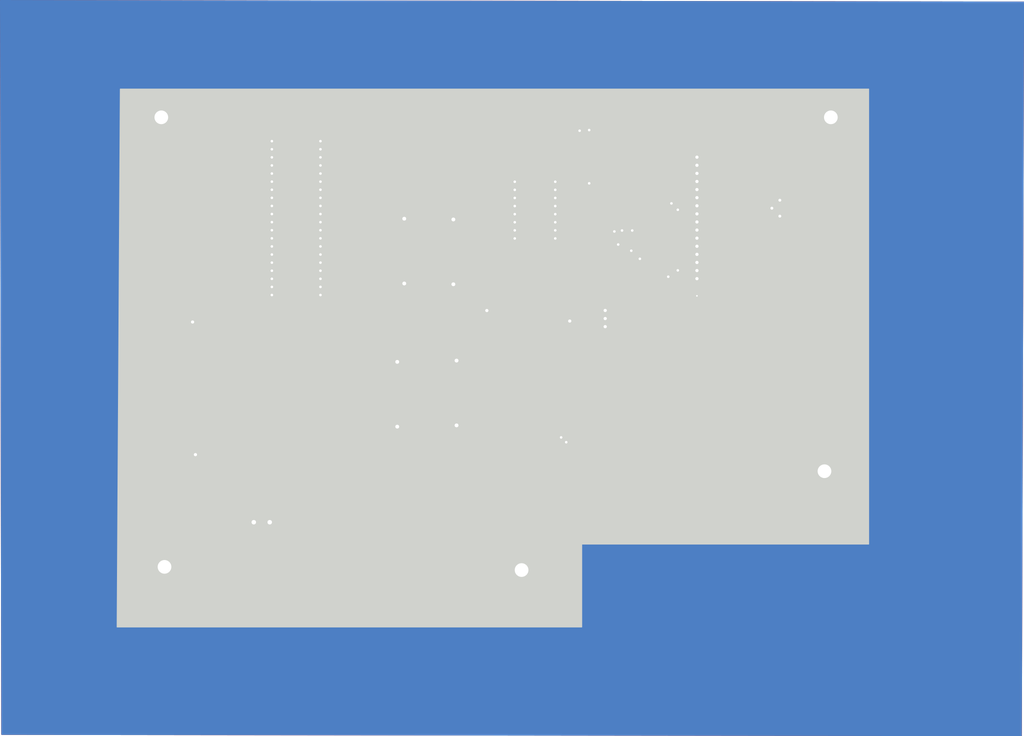
<source format=kicad_pcb>
(kicad_pcb (version 20211014) (generator pcbnew)
  (layers (0 "F.Cu" signal) (31 "B.Cu" signal) (34 "B.Paste" user) (35 "F.Paste" user) (36 "B.SilkS" user "B.Silkscreen") (37 "F.SilkS" user "F.Silkscreen") (38 "B.Mask" user) (39 "F.Mask" user) (44 "Edge.Cuts" user))
  (net 0 "")
  (net 1 "Net-(J1-Pad1)")
  (net 2 "Net-(J1-Pad2)")
  (net 3 "Net-(R1-Pad1)")
  (net 4 "Net-(R2-Pad1)")
  (net 5 "Net-(J3-Pad1)")
  (net 6 "Net-(J3-Pad2)")
  (net 47 "Net-(J2-Pad3)")
  (net 48 "Net-(J2-Pad4)")
  (net 49 "Net-(J2-Pad5)")
  (net 50 "Net-(J2-Pad6)")
  (net 51 "Net-(J2-Pad11)")
  (net 52 "Net-(J2-Pad12)")
  (net 53 "Net-(J2-Pad13)")
  (net 54 "Net-(J2-Pad14)")
  (footprint "Package_SO:SOIC-8_3.9x4.9mm_P1.27mm" (layer "F.Cu") (at 152.6 83.7)
    (fp_text reference "U3" (at 0 -3.4) (layer "F.SilkS"))
    (fp_text value "DS3232M")
    (fp_line (start 0 2.56) (end -1.95 2.56) (layer "F.SilkS") (width 0.12))
    (fp_line (start 0 -2.56) (end 1.95 -2.56) (layer "F.SilkS") (width 0.12))
    (fp_line (start 0 -2.56) (end -3.45 -2.56) (layer "F.SilkS") (width 0.12))
    (fp_line (start 0 2.56) (end 1.95 2.56) (layer "F.SilkS") (width 0.12))
    (pad "1" smd roundrect (at -2.475 -1.905) (size 1.95 0.6) (layers "F.Cu" "F.Paste" "F.Mask"))
    (pad "2" smd roundrect (at -2.475 -0.635) (size 1.95 0.6) (layers "F.Cu" "F.Paste" "F.Mask") (net 1 "Net-(J1-Pad1)"))
    (pad "3" smd roundrect (at -2.475 0.635) (size 1.95 0.6) (layers "F.Cu" "F.Paste" "F.Mask"))
    (pad "4" smd roundrect (at -2.475 1.905) (size 1.95 0.6) (layers "F.Cu" "F.Paste" "F.Mask"))
    (pad "5" smd roundrect (at 2.475 1.905) (size 1.95 0.6) (layers "F.Cu" "F.Paste" "F.Mask") (net 2 "Net-(J1-Pad2)"))
    (pad "6" smd roundrect (at 2.475 0.635) (size 1.95 0.6) (layers "F.Cu" "F.Paste" "F.Mask"))
    (pad "7" smd roundrect (at 2.475 -0.635) (size 1.95 0.6) (layers "F.Cu" "F.Paste" "F.Mask") (net 4 "Net-(R2-Pad1)"))
    (pad "8" smd roundrect (at 2.475 -1.905) (size 1.95 0.6) (layers "F.Cu" "F.Paste" "F.Mask") (net 3 "Net-(R1-Pad1)"))
  )
  (footprint "Module:Pololu_Breakout-16_15.2x20.3mm" (layer "F.Cu") (at 150.86 46.21)
    (fp_text reference "U2" (at 6.35 -2.54) (layer "F.SilkS"))
    (fp_text value "PCF8574")
    (fp_line (start 1.27 -1.4) (end 1.27 1.27) (layer "F.SilkS") (width 0.12))
    (fp_line (start 1.27 1.27) (end 1.27 19.18) (layer "F.SilkS") (width 0.12))
    (fp_line (start 0 -1.4) (end -1.4 -1.4) (layer "F.SilkS") (width 0.12))
    (fp_line (start 11.43 -1.4) (end 11.43 19.18) (layer "F.SilkS") (width 0.12))
    (fp_line (start 14.1 19.18) (end 14.1 -1.4) (layer "F.SilkS") (width 0.12))
    (fp_line (start -1.4 19.18) (end 14.1 19.18) (layer "F.SilkS") (width 0.12))
    (fp_line (start -1.4 1.27) (end -1.4 19.18) (layer "F.SilkS") (width 0.12))
    (fp_line (start -1.4 -1.4) (end -1.4 0) (layer "F.SilkS") (width 0.12))
    (fp_line (start 14.1 -1.4) (end 1.27 -1.4) (layer "F.SilkS") (width 0.12))
    (fp_line (start 1.27 1.27) (end -1.4 1.27) (layer "F.SilkS") (width 0.12))
    (pad "1" thru_hole rect (at 0 0) (size 1.6 1.6) (drill 0.8) (layers *.Cu *.Mask) (net 1 "Net-(J1-Pad1)"))
    (pad "2" thru_hole oval (at 0 2.54) (size 1.6 1.6) (drill 0.8) (layers *.Cu *.Mask) (net 1 "Net-(J1-Pad1)"))
    (pad "3" thru_hole oval (at 0 5.08) (size 1.6 1.6) (drill 0.8) (layers *.Cu *.Mask) (net 1 "Net-(J1-Pad1)"))
    (pad "4" thru_hole oval (at 0 7.62) (size 1.6 1.6) (drill 0.8) (layers *.Cu *.Mask) (net 48 "Net-(J2-Pad4)"))
    (pad "5" thru_hole oval (at 0 10.16) (size 1.6 1.6) (drill 0.8) (layers *.Cu *.Mask) (net 49 "Net-(J2-Pad5)"))
    (pad "6" thru_hole oval (at 0 12.7) (size 1.6 1.6) (drill 0.8) (layers *.Cu *.Mask) (net 50 "Net-(J2-Pad6)"))
    (pad "7" thru_hole oval (at 0 15.24) (size 1.6 1.6) (drill 0.8) (layers *.Cu *.Mask))
    (pad "8" thru_hole oval (at 0 17.78) (size 1.6 1.6) (drill 0.8) (layers *.Cu *.Mask))
    (pad "9" thru_hole oval (at 12.7 17.78) (size 1.6 1.6) (drill 0.8) (layers *.Cu *.Mask) (net 51 "Net-(J2-Pad11)"))
    (pad "10" thru_hole oval (at 12.7 15.24) (size 1.6 1.6) (drill 0.8) (layers *.Cu *.Mask) (net 52 "Net-(J2-Pad12)"))
    (pad "11" thru_hole oval (at 12.7 12.7) (size 1.6 1.6) (drill 0.8) (layers *.Cu *.Mask) (net 53 "Net-(J2-Pad13)"))
    (pad "12" thru_hole oval (at 12.7 10.16) (size 1.6 1.6) (drill 0.8) (layers *.Cu *.Mask) (net 54 "Net-(J2-Pad14)"))
    (pad "13" thru_hole oval (at 12.7 7.62) (size 1.6 1.6) (drill 0.8) (layers *.Cu *.Mask))
    (pad "14" thru_hole oval (at 12.7 5.08) (size 1.6 1.6) (drill 0.8) (layers *.Cu *.Mask) (net 3 "Net-(R1-Pad1)"))
    (pad "15" thru_hole oval (at 12.7 2.54) (size 1.6 1.6) (drill 0.8) (layers *.Cu *.Mask) (net 4 "Net-(R2-Pad1)"))
    (pad "16" thru_hole oval (at 12.7 0) (size 1.6 1.6) (drill 0.8) (layers *.Cu *.Mask) (net 1 "Net-(J1-Pad1)"))
  )
  (footprint "Resistor_THT:R_Axial_DIN0411_L9.9mm_D3.6mm_P20.32mm_Horizontal" (layer "F.Cu") (at 131.6 58.04 -90)
    (fp_text reference "R1" (at 10.16 -2.92 90) (layer "F.SilkS"))
    (fp_text value "R" (at 10.66 5 90) (layer "F.SilkS") (effects (font (size 2 2) (thickness 0.3))))
    (fp_line (start 15.23 -1.92) (end 5.09 -1.92) (layer "F.SilkS") (width 0.12))
    (fp_line (start 15.23 1.92) (end 15.23 -1.92) (layer "F.SilkS") (width 0.12))
    (fp_line (start 1.44 0) (end 5.09 0) (layer "F.SilkS") (width 0.12))
    (fp_line (start 5.09 -1.92) (end 5.09 1.92) (layer "F.SilkS") (width 0.12))
    (fp_line (start 5.09 1.92) (end 15.23 1.92) (layer "F.SilkS") (width 0.12))
    (fp_line (start 18.88 0) (end 15.23 0) (layer "F.SilkS") (width 0.12))
    (pad "1" thru_hole circle (at 0 0 270) (size 2.4 2.4) (drill 1.2) (layers *.Cu *.Mask) (net 3 "Net-(R1-Pad1)"))
    (pad "2" thru_hole oval (at 20.32 0 270) (size 2.4 2.4) (drill 1.2) (layers *.Cu *.Mask) (net 1 "Net-(J1-Pad1)"))
  )
  (footprint "Resistor_THT:R_Axial_DIN0411_L9.9mm_D3.6mm_P20.32mm_Horizontal" (layer "F.Cu") (at 114 102.7 -90)
    (fp_text reference "R4" (at 10.16 -2.92 90) (layer "F.SilkS"))
    (fp_text value "R" (at 10.16 4.4 90) (layer "F.SilkS") (effects (font (size 2 2) (thickness 0.3))))
    (fp_line (start 15.23 1.92) (end 15.23 -1.92) (layer "F.SilkS") (width 0.12))
    (fp_line (start 15.23 -1.92) (end 5.09 -1.92) (layer "F.SilkS") (width 0.12))
    (fp_line (start 5.09 1.92) (end 15.23 1.92) (layer "F.SilkS") (width 0.12))
    (fp_line (start 18.88 0) (end 15.23 0) (layer "F.SilkS") (width 0.12))
    (fp_line (start 1.44 0) (end 5.09 0) (layer "F.SilkS") (width 0.12))
    (fp_line (start 5.09 -1.92) (end 5.09 1.92) (layer "F.SilkS") (width 0.12))
    (pad "1" thru_hole circle (at 0 0 270) (size 2.4 2.4) (drill 1.2) (layers *.Cu *.Mask) (net 4 "Net-(R2-Pad1)"))
    (pad "2" thru_hole oval (at 20.32 0 270) (size 2.4 2.4) (drill 1.2) (layers *.Cu *.Mask) (net 1 "Net-(J1-Pad1)"))
  )
  (footprint "MountingHole:MountingHole_4.3mm_M4" (layer "F.Cu") (at 248 137)
    (fp_text reference "REF**" (at 0 -5.3) (layer "F.SilkS"))
    (fp_text value "MountingHole_4.3mm_M4")
    (pad "" np_thru_hole circle (at 0 0) (size 4.3 4.3) (drill 4.3) (layers *.Cu *.Mask))
  )
  (footprint "Resistor_THT:R_Axial_DIN0411_L9.9mm_D3.6mm_P20.32mm_Horizontal" (layer "F.Cu") (at 116.2 57.8 -90)
    (fp_text reference "R2" (at 10.16 -2.92 90) (layer "F.SilkS"))
    (fp_text value "R" (at 10.9 4.6 90) (layer "F.SilkS") (effects (font (size 2 2) (thickness 0.3))))
    (fp_line (start 18.88 0) (end 15.23 0) (layer "F.SilkS") (width 0.12))
    (fp_line (start 5.09 -1.92) (end 5.09 1.92) (layer "F.SilkS") (width 0.12))
    (fp_line (start 15.23 1.92) (end 15.23 -1.92) (layer "F.SilkS") (width 0.12))
    (fp_line (start 15.23 -1.92) (end 5.09 -1.92) (layer "F.SilkS") (width 0.12))
    (fp_line (start 5.09 1.92) (end 15.23 1.92) (layer "F.SilkS") (width 0.12))
    (fp_line (start 1.44 0) (end 5.09 0) (layer "F.SilkS") (width 0.12))
    (pad "1" thru_hole circle (at 0 0 270) (size 2.4 2.4) (drill 1.2) (layers *.Cu *.Mask) (net 4 "Net-(R2-Pad1)"))
    (pad "2" thru_hole oval (at 20.32 0 270) (size 2.4 2.4) (drill 1.2) (layers *.Cu *.Mask) (net 1 "Net-(J1-Pad1)"))
  )
  (footprint "Resistor_THT:R_Axial_DIN0411_L9.9mm_D3.6mm_P20.32mm_Horizontal" (layer "F.Cu") (at 132.6 102.3 -90)
    (fp_text reference "R3" (at 10.16 -2.92 90) (layer "F.SilkS"))
    (fp_text value "R" (at 10.4 4 90) (layer "F.SilkS") (effects (font (size 2 2) (thickness 0.3))))
    (fp_line (start 15.23 -1.92) (end 5.09 -1.92) (layer "F.SilkS") (width 0.12))
    (fp_line (start 15.23 1.92) (end 15.23 -1.92) (layer "F.SilkS") (width 0.12))
    (fp_line (start 5.09 1.92) (end 15.23 1.92) (layer "F.SilkS") (width 0.12))
    (fp_line (start 18.88 0) (end 15.23 0) (layer "F.SilkS") (width 0.12))
    (fp_line (start 5.09 -1.92) (end 5.09 1.92) (layer "F.SilkS") (width 0.12))
    (fp_line (start 1.44 0) (end 5.09 0) (layer "F.SilkS") (width 0.12))
    (pad "1" thru_hole circle (at 0 0 270) (size 2.4 2.4) (drill 1.2) (layers *.Cu *.Mask) (net 3 "Net-(R1-Pad1)"))
    (pad "2" thru_hole oval (at 20.32 0 270) (size 2.4 2.4) (drill 1.2) (layers *.Cu *.Mask) (net 1 "Net-(J1-Pad1)"))
  )
  (footprint "Potentiometer_THT:Potentiometer_ACP_CA6-H2,5_Horizontal" (layer "F.Cu") (at 234 57 180)
    (fp_text reference "RV1" (at 0 -2.06) (layer "F.SilkS"))
    (fp_text value "10K Potentiometer")
    (fp_line (start 3.62 -0.77) (end 3.62 5.77) (layer "F.SilkS") (width 0.12))
    (fp_line (start 0.925 5.77) (end 3.62 5.77) (layer "F.SilkS") (width 0.12))
    (fp_line (start -0.121 1.066) (end -0.121 3.935) (layer "F.SilkS") (width 0.12))
    (fp_line (start -0.121 3.62) (end 3.62 3.62) (layer "F.SilkS") (width 0.12))
    (fp_line (start 3.62 1.38) (end 3.62 3.62) (layer "F.SilkS") (width 0.12))
    (fp_line (start -0.121 1.38) (end 3.62 1.38) (layer "F.SilkS") (width 0.12))
    (fp_line (start 0.925 -0.77) (end 3.62 -0.77) (layer "F.SilkS") (width 0.12))
    (fp_line (start -0.121 1.38) (end -0.121 3.62) (layer "F.SilkS") (width 0.12))
    (pad "1" thru_hole circle (at 0 0 180) (size 1.62 1.62) (drill 0.9) (layers *.Cu *.Mask) (net 1 "Net-(J1-Pad1)"))
    (pad "2" thru_hole circle (at 2.5 2.5 180) (size 1.62 1.62) (drill 0.9) (layers *.Cu *.Mask) (net 47 "Net-(J2-Pad3)"))
    (pad "3" thru_hole circle (at 0 5 180) (size 1.62 1.62) (drill 0.9) (layers *.Cu *.Mask) (net 2 "Net-(J1-Pad2)"))
  )
  (footprint "Connector_PinSocket_2.54mm:PinSocket_1x03_P2.54mm_Vertical" (layer "F.Cu") (at 179.225 86.575)
    (fp_text reference "J3" (at 0 -2.77) (layer "F.SilkS"))
    (fp_text value "GSM Connecetor")
    (fp_line (start 0 -1.33) (end 1.33 -1.33) (layer "F.SilkS") (width 0.12))
    (fp_line (start -1.33 6.41) (end 1.33 6.41) (layer "F.SilkS") (width 0.12))
    (fp_line (start 1.33 1.27) (end 1.33 6.41) (layer "F.SilkS") (width 0.12))
    (fp_line (start 1.33 -1.33) (end 1.33 0) (layer "F.SilkS") (width 0.12))
    (fp_line (start -1.33 1.27) (end 1.33 1.27) (layer "F.SilkS") (width 0.12))
    (fp_line (start -1.33 1.27) (end -1.33 6.41) (layer "F.SilkS") (width 0.12))
    (pad "1" thru_hole rect (at 0 0) (size 1.7 1.7) (drill 1) (layers *.Cu *.Mask) (net 5 "Net-(J3-Pad1)"))
    (pad "2" thru_hole oval (at 0 2.54) (size 1.7 1.7) (drill 1) (layers *.Cu *.Mask) (net 6 "Net-(J3-Pad2)"))
    (pad "3" thru_hole oval (at 0 5.08) (size 1.7 1.7) (drill 1) (layers *.Cu *.Mask) (net 2 "Net-(J1-Pad2)"))
  )
  (footprint "MountingHole:MountingHole_4.3mm_M4" (layer "F.Cu") (at 40 26)
    (fp_text reference "REF**" (at 0 -5.3) (layer "F.SilkS"))
    (fp_text value "MountingHole_4.3mm_M4")
    (pad "" np_thru_hole circle (at 0 0) (size 4.3 4.3) (drill 4.3) (layers *.Cu *.Mask))
  )
  (footprint "MountingHole:MountingHole_4.3mm_M4" (layer "F.Cu") (at 250 26)
    (fp_text reference "REF**" (at 0 -5.3) (layer "F.SilkS"))
    (fp_text value "MountingHole_4.3mm_M4")
    (pad "" np_thru_hole circle (at 0 0) (size 4.3 4.3) (drill 4.3) (layers *.Cu *.Mask))
  )
  (footprint "MountingHole:MountingHole_4.3mm_M4" (layer "F.Cu") (at 41 167)
    (fp_text reference "REF**" (at 0 -5.3) (layer "F.SilkS"))
    (fp_text value "MountingHole_4.3mm_M4")
    (pad "" np_thru_hole circle (at 0 0) (size 4.3 4.3) (drill 4.3) (layers *.Cu *.Mask))
  )
  (footprint "MountingHole:MountingHole_4.3mm_M4" (layer "F.Cu") (at 153 168)
    (fp_text reference "REF**" (at 0 -5.3) (layer "F.SilkS"))
    (fp_text value "MountingHole_4.3mm_M4")
    (pad "" np_thru_hole circle (at 0 0) (size 4.3 4.3) (drill 4.3) (layers *.Cu *.Mask))
  )
  (footprint "Connector_PinHeader_2.54mm:PinHeader_1x16_P2.54mm_Vertical" (layer "F.Cu") (at 208 38.5)
    (fp_text reference "J2" (at 0 -2.33) (layer "F.SilkS"))
    (fp_text value "LCD Connector")
    (fp_line (start 1.33 1.27) (end 1.33 39.43) (layer "F.SilkS") (width 0.12))
    (fp_line (start -1.33 -1.33) (end 0 -1.33) (layer "F.SilkS") (width 0.12))
    (fp_line (start -1.33 1.27) (end -1.33 39.43) (layer "F.SilkS") (width 0.12))
    (fp_line (start -1.33 0) (end -1.33 -1.33) (layer "F.SilkS") (width 0.12))
    (fp_line (start -1.33 39.43) (end 1.33 39.43) (layer "F.SilkS") (width 0.12))
    (fp_line (start -1.33 1.27) (end 1.33 1.27) (layer "F.SilkS") (width 0.12))
    (pad "1" thru_hole rect (at 0 0) (size 1.7 1.7) (drill 1) (layers *.Cu *.Mask) (net 2 "Net-(J1-Pad2)"))
    (pad "2" thru_hole oval (at 0 2.54) (size 1.7 1.7) (drill 1) (layers *.Cu *.Mask) (net 1 "Net-(J1-Pad1)"))
    (pad "3" thru_hole oval (at 0 5.08) (size 1.7 1.7) (drill 1) (layers *.Cu *.Mask) (net 47 "Net-(J2-Pad3)"))
    (pad "4" thru_hole oval (at 0 7.62) (size 1.7 1.7) (drill 1) (layers *.Cu *.Mask) (net 48 "Net-(J2-Pad4)"))
    (pad "5" thru_hole oval (at 0 10.16) (size 1.7 1.7) (drill 1) (layers *.Cu *.Mask) (net 49 "Net-(J2-Pad5)"))
    (pad "6" thru_hole oval (at 0 12.7) (size 1.7 1.7) (drill 1) (layers *.Cu *.Mask) (net 50 "Net-(J2-Pad6)"))
    (pad "7" thru_hole oval (at 0 15.24) (size 1.7 1.7) (drill 1) (layers *.Cu *.Mask) (net 2 "Net-(J1-Pad2)"))
    (pad "8" thru_hole oval (at 0 17.78) (size 1.7 1.7) (drill 1) (layers *.Cu *.Mask) (net 2 "Net-(J1-Pad2)"))
    (pad "9" thru_hole oval (at 0 20.32) (size 1.7 1.7) (drill 1) (layers *.Cu *.Mask) (net 2 "Net-(J1-Pad2)"))
    (pad "10" thru_hole oval (at 0 22.86) (size 1.7 1.7) (drill 1) (layers *.Cu *.Mask) (net 2 "Net-(J1-Pad2)"))
    (pad "11" thru_hole oval (at 0 25.4) (size 1.7 1.7) (drill 1) (layers *.Cu *.Mask) (net 51 "Net-(J2-Pad11)"))
    (pad "12" thru_hole oval (at 0 27.94) (size 1.7 1.7) (drill 1) (layers *.Cu *.Mask) (net 52 "Net-(J2-Pad12)"))
    (pad "13" thru_hole oval (at 0 30.48) (size 1.7 1.7) (drill 1) (layers *.Cu *.Mask) (net 53 "Net-(J2-Pad13)"))
    (pad "14" thru_hole oval (at 0 33.02) (size 1.7 1.7) (drill 1) (layers *.Cu *.Mask) (net 54 "Net-(J2-Pad14)"))
    (pad "15" thru_hole oval (at 0 35.56) (size 1.7 1.7) (drill 1) (layers *.Cu *.Mask) (net 1 "Net-(J1-Pad1)"))
    (pad "16" thru_hole oval (at 0 38.1) (size 1.7 1.7) (drill 1) (layers *.Cu *.Mask) (net 2 "Net-(J1-Pad2)"))
  )
  (footprint "Package_DIP:DIP-40_W15.24mm" (layer "F.Cu") (at 74.675 33.475)
    (fp_text reference "U1" (at 7.62 -2.33) (layer "F.SilkS"))
    (fp_text value "ATmega32A-P" (at 7.62 52.225) (layer "F.SilkS") (effects (font (size 2 2) (thickness 0.3))))
    (fp_line (start 6.62 -1.33) (end 1.16 -1.33) (layer "F.SilkS") (width 0.12))
    (fp_line (start 1.16 -1.33) (end 1.16 49.59) (layer "F.SilkS") (width 0.12))
    (fp_line (start 14.08 49.59) (end 14.08 -1.33) (layer "F.SilkS") (width 0.12))
    (fp_line (start 1.16 49.59) (end 14.08 49.59) (layer "F.SilkS") (width 0.12))
    (fp_line (start 14.08 -1.33) (end 8.62 -1.33) (layer "F.SilkS") (width 0.12))
    (fp_arc (start 8.62 -1.33) (mid 7.62 -0.33) (end 6.62 -1.33) (layer "F.SilkS") (width 0.12))
    (pad "1" thru_hole rect (at 0 0) (size 1.6 1.6) (drill 0.8) (layers *.Cu *.Mask))
    (pad "2" thru_hole oval (at 0 2.54) (size 1.6 1.6) (drill 0.8) (layers *.Cu *.Mask))
    (pad "3" thru_hole oval (at 0 5.08) (size 1.6 1.6) (drill 0.8) (layers *.Cu *.Mask))
    (pad "4" thru_hole oval (at 0 7.62) (size 1.6 1.6) (drill 0.8) (layers *.Cu *.Mask))
    (pad "5" thru_hole oval (at 0 10.16) (size 1.6 1.6) (drill 0.8) (layers *.Cu *.Mask))
    (pad "6" thru_hole oval (at 0 12.7) (size 1.6 1.6) (drill 0.8) (layers *.Cu *.Mask))
    (pad "7" thru_hole oval (at 0 15.24) (size 1.6 1.6) (drill 0.8) (layers *.Cu *.Mask))
    (pad "8" thru_hole oval (at 0 17.78) (size 1.6 1.6) (drill 0.8) (layers *.Cu *.Mask))
    (pad "9" thru_hole oval (at 0 20.32) (size 1.6 1.6) (drill 0.8) (layers *.Cu *.Mask))
    (pad "10" thru_hole oval (at 0 22.86) (size 1.6 1.6) (drill 0.8) (layers *.Cu *.Mask) (net 1 "Net-(J1-Pad1)"))
    (pad "11" thru_hole oval (at 0 25.4) (size 1.6 1.6) (drill 0.8) (layers *.Cu *.Mask) (net 2 "Net-(J1-Pad2)"))
    (pad "12" thru_hole oval (at 0 27.94) (size 1.6 1.6) (drill 0.8) (layers *.Cu *.Mask))
    (pad "13" thru_hole oval (at 0 30.48) (size 1.6 1.6) (drill 0.8) (layers *.Cu *.Mask))
    (pad "14" thru_hole oval (at 0 33.02) (size 1.6 1.6) (drill 0.8) (layers *.Cu *.Mask) (net 5 "Net-(J3-Pad1)"))
    (pad "15" thru_hole oval (at 0 35.56) (size 1.6 1.6) (drill 0.8) (layers *.Cu *.Mask) (net 6 "Net-(J3-Pad2)"))
    (pad "16" thru_hole oval (at 0 38.1) (size 1.6 1.6) (drill 0.8) (layers *.Cu *.Mask))
    (pad "17" thru_hole oval (at 0 40.64) (size 1.6 1.6) (drill 0.8) (layers *.Cu *.Mask))
    (pad "18" thru_hole oval (at 0 43.18) (size 1.6 1.6) (drill 0.8) (layers *.Cu *.Mask))
    (pad "19" thru_hole oval (at 0 45.72) (size 1.6 1.6) (drill 0.8) (layers *.Cu *.Mask))
    (pad "20" thru_hole oval (at 0 48.26) (size 1.6 1.6) (drill 0.8) (layers *.Cu *.Mask))
    (pad "21" thru_hole oval (at 15.24 48.26) (size 1.6 1.6) (drill 0.8) (layers *.Cu *.Mask))
    (pad "22" thru_hole oval (at 15.24 45.72) (size 1.6 1.6) (drill 0.8) (layers *.Cu *.Mask) (net 3 "Net-(R1-Pad1)"))
    (pad "23" thru_hole oval (at 15.24 43.18) (size 1.6 1.6) (drill 0.8) (layers *.Cu *.Mask) (net 4 "Net-(R2-Pad1)"))
    (pad "24" thru_hole oval (at 15.24 40.64) (size 1.6 1.6) (drill 0.8) (layers *.Cu *.Mask))
    (pad "25" thru_hole oval (at 15.24 38.1) (size 1.6 1.6) (drill 0.8) (layers *.Cu *.Mask))
    (pad "26" thru_hole oval (at 15.24 35.56) (size 1.6 1.6) (drill 0.8) (layers *.Cu *.Mask))
    (pad "27" thru_hole oval (at 15.24 33.02) (size 1.6 1.6) (drill 0.8) (layers *.Cu *.Mask))
    (pad "28" thru_hole oval (at 15.24 30.48) (size 1.6 1.6) (drill 0.8) (layers *.Cu *.Mask))
    (pad "29" thru_hole oval (at 15.24 27.94) (size 1.6 1.6) (drill 0.8) (layers *.Cu *.Mask))
    (pad "30" thru_hole oval (at 15.24 25.4) (size 1.6 1.6) (drill 0.8) (layers *.Cu *.Mask))
    (pad "31" thru_hole oval (at 15.24 22.86) (size 1.6 1.6) (drill 0.8) (layers *.Cu *.Mask) (net 2 "Net-(J1-Pad2)"))
    (pad "32" thru_hole oval (at 15.24 20.32) (size 1.6 1.6) (drill 0.8) (layers *.Cu *.Mask))
    (pad "33" thru_hole oval (at 15.24 17.78) (size 1.6 1.6) (drill 0.8) (layers *.Cu *.Mask))
    (pad "34" thru_hole oval (at 15.24 15.24) (size 1.6 1.6) (drill 0.8) (layers *.Cu *.Mask))
    (pad "35" thru_hole oval (at 15.24 12.7) (size 1.6 1.6) (drill 0.8) (layers *.Cu *.Mask))
    (pad "36" thru_hole oval (at 15.24 10.16) (size 1.6 1.6) (drill 0.8) (layers *.Cu *.Mask))
    (pad "37" thru_hole oval (at 15.24 7.62) (size 1.6 1.6) (drill 0.8) (layers *.Cu *.Mask))
    (pad "38" thru_hole oval (at 15.24 5.08) (size 1.6 1.6) (drill 0.8) (layers *.Cu *.Mask))
    (pad "39" thru_hole oval (at 15.24 2.54) (size 1.6 1.6) (drill 0.8) (layers *.Cu *.Mask))
    (pad "40" thru_hole oval (at 15.24 0) (size 1.6 1.6) (drill 0.8) (layers *.Cu *.Mask))
  )
  (footprint "Connector_Phoenix_MSTB:PhoenixContact_MSTBA_2,5_2-G_1x02_P5.00mm_Horizontal" (layer "F.Cu") (at 69 153)
    (fp_text reference "J1" (at 2.5 -3.2) (layer "F.SilkS"))
    (fp_text value "Power IN")
    (fp_line (start 5.75 8.61) (end 4.25 8.61) (layer "F.SilkS") (width 0.12))
    (fp_line (start 8.61 6.81) (end 8.61 8.61) (layer "F.SilkS") (width 0.12))
    (fp_line (start 0.3 -2.91) (end 0 -2.31) (layer "F.SilkS") (width 0.12))
    (fp_line (start 0 -2.31) (end -0.3 -2.91) (layer "F.SilkS") (width 0.12))
    (fp_line (start 0.75 8.61) (end -0.75 8.61) (layer "F.SilkS") (width 0.12))
    (fp_line (start 8.61 -2.11) (end -3.61 -2.11) (layer "F.SilkS") (width 0.12))
    (fp_line (start -0.3 -2.91) (end 0.3 -2.91) (layer "F.SilkS") (width 0.12))
    (fp_line (start 1 10.11) (end 0.75 8.61) (layer "F.SilkS") (width 0.12))
    (fp_line (start 6 10.11) (end 5.75 8.61) (layer "F.SilkS") (width 0.12))
    (fp_line (start -3.61 10.11) (end 8.61 10.11) (layer "F.SilkS") (width 0.12))
    (fp_line (start -3.61 8.61) (end -3.61 6.81) (layer "F.SilkS") (width 0.12))
    (fp_line (start -3.61 6.81) (end 8.61 6.81) (layer "F.SilkS") (width 0.12))
    (fp_line (start 4.25 8.61) (end 4 10.11) (layer "F.SilkS") (width 0.12))
    (fp_line (start -0.75 8.61) (end -1 10.11) (layer "F.SilkS") (width 0.12))
    (fp_line (start 8.61 10.11) (end 8.61 -2.11) (layer "F.SilkS") (width 0.12))
    (fp_line (start -3.61 -2.11) (end -3.61 10.11) (layer "F.SilkS") (width 0.12))
    (fp_line (start 8.61 8.61) (end -3.61 8.61) (layer "F.SilkS") (width 0.12))
    (fp_line (start -1 10.11) (end 1 10.11) (layer "F.SilkS") (width 0.12))
    (fp_line (start 4 10.11) (end 6 10.11) (layer "F.SilkS") (width 0.12))
    (pad "1" thru_hole roundrect (at 0 0) (size 2 3.6) (drill 1.4) (layers *.Cu *.Mask) (roundrect_rratio 0.125) (net 1 "Net-(J1-Pad1)"))
    (pad "2" thru_hole oval (at 5 0) (size 2 3.6) (drill 1.4) (layers *.Cu *.Mask) (net 2 "Net-(J1-Pad2)"))
  )
  (gr_text "VDD" (at 213.6 40.7) (layer "F.SilkS") (effects (font (size 1 1))))
  (gr_text "GND" (at 75 166) (layer "F.SilkS") (effects (font (size 2 2) (thickness 0.4))))
  (gr_text "RXD" (at 175 86) (layer "F.SilkS") (effects (font (size 1 1))))
  (gr_text "D6" (at 211.6 69.7) (layer "F.SilkS") (effects (font (size 1 1))))
  (gr_text "RS" (at 213.6 45.7) (layer "F.SilkS") (effects (font (size 1 1))))
  (gr_text "GND\n" (at 175 92) (layer "F.SilkS") (effects (font (size 1 1))))
  (gr_text "RW" (at 213.6 48.7) (layer "F.SilkS") (effects (font (size 1 1))))
  (gr_text "D5" (at 211.6 66.7) (layer "F.SilkS") (effects (font (size 1 1))))
  (gr_text "E" (at 212.6 51.7) (layer "F.SilkS") (effects (font (size 1 1))))
  (gr_text "D4" (at 211.6 63.7) (layer "F.SilkS") (effects (font (size 1 1))))
  (gr_text "+5V" (at 68 166) (layer "F.SilkS") (effects (font (size 2 2) (thickness 0.4))))
  (gr_text "TXD" (at 175 89) (layer "F.SilkS") (effects (font (size 1 1))))
  (gr_text "D7" (at 211.6 72.7) (layer "F.SilkS") (effects (font (size 1 1))))
  (segment (start 49.8 90.2) (end 113.7 90.2) (width 1) (layer "F.Cu") (net 1))
  (segment (start 111.7 131.8) (end 114 129.5) (width 1) (layer "F.Cu") (net 1))
  (segment (start 50.7 131.8) (end 111.7 131.8) (width 1) (layer "F.Cu") (net 1))
  (segment (start 234 57) (end 225 57) (width 0.5) (layer "F.Cu") (net 1))
  (segment (start 238.96 41.04) (end 208 41.04) (width 0.5) (layer "F.Cu") (net 1))
  (segment (start 143.735 83.065) (end 150.125 83.065) (width 1) (layer "F.Cu") (net 1))
  (segment (start 241 52) (end 241 43) (width 0.5) (layer "F.Cu") (net 1))
  (segment (start 239 41) (end 238.96 41.04) (width 0.5) (layer "F.Cu") (net 1))
  (segment (start 222 72) (end 219.94 74.06) (width 0.5) (layer "F.Cu") (net 1))
  (segment (start 142.1 84.7) (end 143.735 83.065) (width 1) (layer "F.Cu") (net 1))
  (segment (start 142.1 86.6) (end 142.1 84.7) (width 1) (layer "F.Cu") (net 1))
  (segment (start 116.2 87.7) (end 116.2 78.12) (width 1) (layer "F.Cu") (net 1))
  (segment (start 225 57) (end 222 60) (width 0.5) (layer "F.Cu") (net 1))
  (segment (start 113.7 90.2) (end 116.2 87.7) (width 1) (layer "F.Cu") (net 1))
  (segment (start 241 43) (end 239 41) (width 0.5) (layer "F.Cu") (net 1))
  (segment (start 234 57) (end 236 57) (width 0.5) (layer "F.Cu") (net 1))
  (segment (start 219.94 74.06) (end 208 74.06) (width 0.5) (layer "F.Cu") (net 1))
  (segment (start 222 60) (end 222 72) (width 0.5) (layer "F.Cu") (net 1))
  (segment (start 236 57) (end 241 52) (width 0.5) (layer "F.Cu") (net 1))
  (segment (start 114 129.5) (end 114 123.02) (width 1) (layer "F.Cu") (net 1))
  (via (at 50.7 131.8) (size 2) (drill 1) (layers "F.Cu" "B.Cu") (net 1))
  (via (at 142.1 86.6) (size 2) (drill 1) (layers "F.Cu" "B.Cu") (net 1))
  (via (at 49.8 90.2) (size 2) (drill 1) (layers "F.Cu" "B.Cu") (net 1))
  (segment (start 142.59 46.31) (end 146.36 46.31) (width 1) (layer "B.Cu") (net 1))
  (segment (start 163.56 42.16) (end 163.56 46.21) (width 1) (layer "B.Cu") (net 1))
  (segment (start 131.6 78.36) (end 139.54 78.36) (width 1) (layer "B.Cu") (net 1))
  (segment (start 132.6 122.62) (end 135.52 122.62) (width 1) (layer "B.Cu") (net 1))
  (segment (start 131.36 78.12) (end 131.6 78.36) (width 1) (layer "B.Cu") (net 1))
  (segment (start 146.46 46.21) (end 150.86 46.21) (width 1) (layer "B.Cu") (net 1))
  (segment (start 47.5 151) (end 49.5 153) (width 1) (layer "B.Cu") (net 1))
  (segment (start 146.46 51.29) (end 150.86 51.29) (width 1) (layer "B.Cu") (net 1))
  (segment (start 142.1 116.2) (end 142.1 86.6) (width 1) (layer "B.Cu") (net 1))
  (segment (start 135.52 122.62) (end 135.6 122.7) (width 1) (layer "B.Cu") (net 1))
  (segment (start 144.8 40.9) (end 149.2 40.9) (width 1) (layer "B.Cu") (net 1))
  (segment (start 141.5 53) (end 143.11 51.39) (width 1) (layer "B.Cu") (net 1))
  (segment (start 74.675 56.335) (end 57.765 56.335) (width 1) (layer "B.Cu") (net 1))
  (segment (start 58 153) (end 69 153) (width 1) (layer "B.Cu") (net 1))
  (segment (start 132.2 123.02) (end 132.6 122.62) (width 1) (layer "B.Cu") (net 1))
  (segment (start 149.2 40.9) (end 149.3 40.8) (width 1) (layer "B.Cu") (net 1))
  (segment (start 143.11 51.39) (end 146.36 51.39) (width 1) (layer "B.Cu") (net 1))
  (segment (start 162.2 40.8) (end 162.3 40.7) (width 1) (layer "B.Cu") (net 1))
  (segment (start 53.6 148.6) (end 58 153) (width 1) (layer "B.Cu") (net 1))
  (segment (start 162.3 40.7) (end 207.66 40.7) (width 1) (layer "B.Cu") (net 1))
  (segment (start 141.5 47.4) (end 142.59 46.31) (width 1) (layer "B.Cu") (net 1))
  (segment (start 207.66 40.7) (end 208 41.04) (width 1) (layer "B.Cu") (net 1))
  (segment (start 146.36 46.31) (end 146.46 46.21) (width 1) (layer "B.Cu") (net 1))
  (segment (start 116.2 78.12) (end 131.36 78.12) (width 1) (layer "B.Cu") (net 1))
  (segment (start 57.765 56.335) (end 53.6 60.5) (width 1) (layer "B.Cu") (net 1))
  (segment (start 47.5 92.5) (end 47.5 151) (width 1) (layer "B.Cu") (net 1))
  (segment (start 135.6 122.7) (end 142.1 116.2) (width 1) (layer "B.Cu") (net 1))
  (segment (start 141.5 50.4) (end 143.05 48.85) (width 1) (layer "B.Cu") (net 1))
  (segment (start 53.6 60.5) (end 53.6 148.6) (width 1) (layer "B.Cu") (net 1))
  (segment (start 146.36 51.39) (end 146.46 51.29) (width 1) (layer "B.Cu") (net 1))
  (segment (start 149.3 40.8) (end 162.2 40.8) (width 1) (layer "B.Cu") (net 1))
  (segment (start 141.5 44.2) (end 144.8 40.9) (width 1) (layer "B.Cu") (net 1))
  (segment (start 141.5 76.4) (end 141.5 53) (width 1) (layer "B.Cu") (net 1))
  (segment (start 50.2 132.3) (end 50.2 148) (width 1) (layer "B.Cu") (net 1))
  (segment (start 146.46 48.75) (end 150.86 48.75) (width 1) (layer "B.Cu") (net 1))
  (segment (start 50.7 131.8) (end 50.2 132.3) (width 1) (layer "B.Cu") (net 1))
  (segment (start 141.5 47.4) (end 141.5 44.2) (width 1) (layer "B.Cu") (net 1))
  (segment (start 50.2 148) (end 55 152.8) (width 1) (layer "B.Cu") (net 1))
  (segment (start 49.5 153) (end 58 153) (width 1) (layer "B.Cu") (net 1))
  (segment (start 143.05 48.85) (end 146.36 48.85) (width 1) (layer "B.Cu") (net 1))
  (segment (start 162.2 40.8) (end 163.56 42.16) (width 1) (layer "B.Cu") (net 1))
  (segment (start 139.54 78.36) (end 141.5 76.4) (width 1) (layer "B.Cu") (net 1))
  (segment (start 146.36 48.85) (end 146.46 48.75) (width 1) (layer "B.Cu") (net 1))
  (segment (start 114 123.02) (end 132.2 123.02) (width 1) (layer "B.Cu") (net 1))
  (segment (start 141.5 53) (end 141.5 50.4) (width 1) (layer "B.Cu") (net 1))
  (segment (start 49.8 90.2) (end 47.5 92.5) (width 1) (layer "B.Cu") (net 1))
  (segment (start 141.5 50.4) (end 141.5 47.4) (width 1) (layer "B.Cu") (net 1))
  (segment (start 208 58.82) (end 208 61.36) (width 0.5) (layer "F.Cu") (net 2))
  (segment (start 208 56.28) (end 208 58.82) (width 0.5) (layer "F.Cu") (net 2))
  (segment (start 208 82) (end 208 76.6) (width 1) (layer "F.Cu") (net 2))
  (segment (start 205.5 38.5) (end 204 40) (width 0.5) (layer "F.Cu") (net 2))
  (segment (start 209.74 52) (end 208 53.74) (width 0.5) (layer "F.Cu") (net 2))
  (segment (start 207.74 54) (end 208 53.74) (width 0.5) (layer "F.Cu") (net 2))
  (segment (start 168.1 89.9) (end 163.805 85.605) (width 1) (layer "F.Cu") (net 2))
  (segment (start 208 38.5) (end 205.5 38.5) (width 0.5) (layer "F.Cu") (net 2))
  (segment (start 163.805 85.605) (end 155.075 85.605) (width 1) (layer "F.Cu") (net 2))
  (segment (start 204 53) (end 205 54) (width 0.5) (layer "F.Cu") (net 2))
  (segment (start 205 54) (end 207.74 54) (width 0.5) (layer "F.Cu") (net 2))
  (segment (start 204 40) (end 204 53) (width 0.5) (layer "F.Cu") (net 2))
  (segment (start 208 53.74) (end 208 56.28) (width 0.5) (layer "F.Cu") (net 2))
  (segment (start 234 52) (end 209.74 52) (width 0.5) (layer "F.Cu") (net 2))
  (via (at 168.1 89.9) (size 2) (drill 1) (layers "F.Cu" "B.Cu") (net 2))
  (via (at 208 82) (size 1) (drill 0.5) (layers "F.Cu" "B.Cu") (net 2))
  (segment (start 74.675 58.875) (end 59.425 58.875) (width 1) (layer "B.Cu") (net 2))
  (segment (start 162.1 137) (end 62.2 137) (width 1) (layer "B.Cu") (net 2))
  (segment (start 212.4 76.6) (end 215 74) (width 1) (layer "B.Cu") (net 2))
  (segment (start 58.5 149.5) (end 70.5 149.5) (width 1) (layer "B.Cu") (net 2))
  (segment (start 208 88) (end 208 82) (width 1) (layer "B.Cu") (net 2))
  (segment (start 205 91) (end 208 88) (width 1) (layer "B.Cu") (net 2))
  (segment (start 168.1 89.9) (end 168.499511 90.299511) (width 1) (layer "B.Cu") (net 2))
  (segment (start 179.225 91.655) (end 204.345 91.655) (width 1) (layer "B.Cu") (net 2))
  (segment (start 76.4 57.8) (end 87.9 57.8) (width 1) (layer "B.Cu") (net 2))
  (segment (start 56 147) (end 58.5 149.5) (width 1) (layer "B.Cu") (net 2))
  (segment (start 59 140) (end 56 143) (width 1) (layer "B.Cu") (net 2))
  (segment (start 59.425 58.875) (end 56.14 62.16) (width 1) (layer "B.Cu") (net 2))
  (segment (start 171.9 131.7) (end 164.1 139.5) (width 1) (layer "B.Cu") (net 2))
  (segment (start 70.5 149.5) (end 74 153) (width 1) (layer "B.Cu") (net 2))
  (segment (start 168.499511 90.299511) (end 168.499511 130.600489) (width 1) (layer "B.Cu") (net 2))
  (segment (start 168.499511 130.600489) (end 162.1 137) (width 1) (layer "B.Cu") (net 2))
  (segment (start 213.36 61.36) (end 208 61.36) (width 1) (layer "B.Cu") (net 2))
  (segment (start 61.4 141.7) (end 61.4 146.6) (width 1) (layer "B.Cu") (net 2))
  (segment (start 74.675 58.875) (end 75.325 58.875) (width 1) (layer "B.Cu") (net 2))
  (segment (start 63.6 139.5) (end 61.4 141.7) (width 1) (layer "B.Cu") (net 2))
  (segment (start 208 76.6) (end 212.4 76.6) (width 1) (layer "B.Cu") (net 2))
  (segment (start 56 143) (end 56 147) (width 1) (layer "B.Cu") (net 2))
  (segment (start 56.14 62.16) (end 56.14 137.14) (width 1) (layer "B.Cu") (net 2))
  (segment (start 215 63) (end 213.36 61.36) (width 1) (layer "B.Cu") (net 2))
  (segment (start 164.1 139.5) (end 63.6 139.5) (width 1) (layer "B.Cu") (net 2))
  (segment (start 75.325 58.875) (end 76.4 57.8) (width 1) (layer "B.Cu") (net 2))
  (segment (start 204.345 91.655) (end 205 91) (width 1) (layer "B.Cu") (net 2))
  (segment (start 171.9 94.4) (end 171.9 131.7) (width 1) (layer "B.Cu") (net 2))
  (segment (start 174.645 91.655) (end 171.9 94.4) (width 1) (layer "B.Cu") (net 2))
  (segment (start 61.4 146.6) (end 58.5 149.5) (width 1) (layer "B.Cu") (net 2))
  (segment (start 62.2 137) (end 59.3 139.9) (width 1) (layer "B.Cu") (net 2))
  (segment (start 179.225 91.655) (end 174.645 91.655) (width 1) (layer "B.Cu") (net 2))
  (segment (start 89.365 56.335) (end 89.915 56.335) (width 1) (layer "B.Cu") (net 2))
  (segment (start 215 74) (end 215 63) (width 1) (layer "B.Cu") (net 2))
  (segment (start 87.9 57.8) (end 89.365 56.335) (width 1) (layer "B.Cu") (net 2))
  (segment (start 56.14 137.14) (end 59 140) (width 1) (layer "B.Cu") (net 2))
  (segment (start 136.3 30.2) (end 171.2 30.2) (width 0.8) (layer "F.Cu") (net 3))
  (segment (start 154 78.9) (end 155.075 79.975) (width 0.8) (layer "F.Cu") (net 3))
  (segment (start 155.075 79.975) (end 155.075 81.795) (width 0.8) (layer "F.Cu") (net 3))
  (segment (start 136.6 81.6) (end 139.3 78.9) (width 0.8) (layer "F.Cu") (net 3))
  (segment (start 131.6 58.04) (end 134.84 58.04) (width 0.8) (layer "F.Cu") (net 3))
  (segment (start 137.2 76.8) (end 139.3 78.9) (width 0.8) (layer "F.Cu") (net 3))
  (segment (start 136.6 98.3) (end 136.6 81.6) (width 0.8) (layer "F.Cu") (net 3))
  (segment (start 134.84 58.04) (end 137.2 60.4) (width 0.8) (layer "F.Cu") (net 3))
  (segment (start 131.6 34.9) (end 136.3 30.2) (width 0.8) (layer "F.Cu") (net 3))
  (segment (start 132.6 102.3) (end 136.6 98.3) (width 0.8) (layer "F.Cu") (net 3))
  (segment (start 139.3 78.9) (end 154 78.9) (width 0.8) (layer "F.Cu") (net 3))
  (segment (start 169.61 51.29) (end 163.56 51.29) (width 0.8) (layer "F.Cu") (net 3))
  (segment (start 131.6 58.04) (end 131.6 34.9) (width 0.8) (layer "F.Cu") (net 3))
  (segment (start 171.2 30.2) (end 171.2 49.7) (width 0.8) (layer "F.Cu") (net 3))
  (segment (start 171.2 49.7) (end 169.61 51.29) (width 0.8) (layer "F.Cu") (net 3))
  (segment (start 137.2 60.4) (end 137.2 76.8) (width 0.8) (layer "F.Cu") (net 3))
  (via (at 171.2 30.2) (size 1.6) (drill 0.8) (layers "F.Cu" "B.Cu") (net 3))
  (segment (start 99.2 26.9) (end 167.9 26.9) (width 0.8) (layer "B.Cu") (net 3))
  (segment (start 95.4 78.8) (end 97 77.2) (width 0.8) (layer "B.Cu") (net 3))
  (segment (start 167.9 26.9) (end 171.2 30.2) (width 0.8) (layer "B.Cu") (net 3))
  (segment (start 95.005 79.195) (end 95.4 78.8) (width 0.8) (layer "B.Cu") (net 3))
  (segment (start 89.915 79.195) (end 95.005 79.195) (width 0.8) (layer "B.Cu") (net 3))
  (segment (start 97 29.1) (end 99.2 26.9) (width 0.8) (layer "B.Cu") (net 3))
  (segment (start 97 77.2) (end 97 77) (width 0.8) (layer "B.Cu") (net 3))
  (segment (start 97 77) (end 97 29.1) (width 0.8) (layer "B.Cu") (net 3))
  (segment (start 121.4 57.8) (end 116.2 57.8) (width 0.8) (layer "F.Cu") (net 4))
  (segment (start 155.075 83.065) (end 172.135 83.065) (width 0.8) (layer "F.Cu") (net 4))
  (segment (start 114 102.7) (end 124.2 92.5) (width 0.8) (layer "F.Cu") (net 4))
  (segment (start 92.4 56.7) (end 92.4 74.17) (width 0.8) (layer "F.Cu") (net 4))
  (segment (start 124.2 92.5) (end 124.2 60.6) (width 0.8) (layer "F.Cu") (net 4))
  (segment (start 172.135 83.065) (end 174.2 81) (width 0.8) (layer "F.Cu") (net 4))
  (segment (start 174.2 46.7) (end 174.2 30) (width 0.8) (layer "F.Cu") (net 4))
  (segment (start 94.2 54.9) (end 92.4 56.7) (width 0.8) (layer "F.Cu") (net 4))
  (segment (start 124.2 60.6) (end 121.4 57.8) (width 0.8) (layer "F.Cu") (net 4))
  (segment (start 174.2 81) (end 174.2 46.7) (width 0.8) (layer "F.Cu") (net 4))
  (segment (start 113.3 54.9) (end 94.2 54.9) (width 0.8) (layer "F.Cu") (net 4))
  (segment (start 116.2 57.8) (end 113.3 54.9) (width 0.8) (layer "F.Cu") (net 4))
  (segment (start 92.4 74.17) (end 89.915 76.655) (width 0.8) (layer "F.Cu") (net 4))
  (via (at 174.2 30) (size 1.6) (drill 0.8) (layers "F.Cu" "B.Cu") (net 4))
  (via (at 174.2 46.7) (size 1.6) (drill 0.8) (layers "F.Cu" "B.Cu") (net 4))
  (segment (start 95.6 75.8) (end 95.6 29.1) (width 0.8) (layer "B.Cu") (net 4))
  (segment (start 95.4 28.9) (end 95.4 28.6) (width 0.8) (layer "B.Cu") (net 4))
  (segment (start 94.745 76.655) (end 95.6 75.8) (width 0.8) (layer "B.Cu") (net 4))
  (segment (start 99.1 24.9) (end 168.4 24.9) (width 0.8) (layer "B.Cu") (net 4))
  (segment (start 168.4 24.9) (end 169.1 24.9) (width 0.8) (layer "B.Cu") (net 4))
  (segment (start 174.2 46.7) (end 172.15 48.75) (width 0.8) (layer "B.Cu") (net 4))
  (segment (start 98.6 25.4) (end 99.1 24.9) (width 0.8) (layer "B.Cu") (net 4))
  (segment (start 172.15 48.75) (end 163.56 48.75) (width 0.8) (layer "B.Cu") (net 4))
  (segment (start 89.915 76.655) (end 94.745 76.655) (width 0.8) (layer "B.Cu") (net 4))
  (segment (start 95.4 28.6) (end 98.6 25.4) (width 0.8) (layer "B.Cu") (net 4))
  (segment (start 95.6 29.1) (end 95.4 28.9) (width 0.8) (layer "B.Cu") (net 4))
  (segment (start 169.1 24.9) (end 174.2 30) (width 0.8) (layer "B.Cu") (net 4))
  (segment (start 188 126.7) (end 191.9 122.8) (width 0.8) (layer "F.Cu") (net 5))
  (segment (start 187.875 86.575) (end 179.225 86.575) (width 0.8) (layer "F.Cu") (net 5))
  (segment (start 168.2 126.7) (end 188 126.7) (width 0.8) (layer "F.Cu") (net 5))
  (segment (start 191.9 122.8) (end 191.9 90.6) (width 0.8) (layer "F.Cu") (net 5))
  (segment (start 191.9 90.6) (end 187.875 86.575) (width 0.8) (layer "F.Cu") (net 5))
  (segment (start 167 127.9) (end 168.2 126.7) (width 0.8) (layer "F.Cu") (net 5))
  (via (at 167 127.9) (size 1.6) (drill 0.8) (layers "F.Cu" "B.Cu") (net 5))
  (segment (start 164.3 130.6) (end 167 127.9) (width 0.8) (layer "B.Cu") (net 5))
  (segment (start 73 130.3) (end 163.9 130.3) (width 0.8) (layer "B.Cu") (net 5))
  (segment (start 69.4 127.2) (end 72.5 130.3) (width 0.8) (layer "B.Cu") (net 5))
  (segment (start 69.4 69.7) (end 69.4 127.2) (width 0.8) (layer "B.Cu") (net 5))
  (segment (start 69.9 69.2) (end 69.4 69.7) (width 0.8) (layer "B.Cu") (net 5))
  (segment (start 74.675 66.495) (end 72.605 66.495) (width 0.8) (layer "B.Cu") (net 5))
  (segment (start 163.9 130.3) (end 164.2 130.6) (width 0.8) (layer "B.Cu") (net 5))
  (segment (start 72.605 66.495) (end 69.9 69.2) (width 0.8) (layer "B.Cu") (net 5))
  (segment (start 164.2 130.6) (end 164.3 130.6) (width 0.8) (layer "B.Cu") (net 5))
  (segment (start 72.5 130.3) (end 73 130.3) (width 0.8) (layer "B.Cu") (net 5))
  (segment (start 189.9 91.5) (end 187.515 89.115) (width 0.8) (layer "F.Cu") (net 6))
  (segment (start 167.1 124.7) (end 187 124.7) (width 0.8) (layer "F.Cu") (net 6))
  (segment (start 187 124.7) (end 189.9 121.8) (width 0.8) (layer "F.Cu") (net 6))
  (segment (start 187.515 89.115) (end 179.225 89.115) (width 0.8) (layer "F.Cu") (net 6))
  (segment (start 165.4 126.4) (end 167.1 124.7) (width 0.8) (layer "F.Cu") (net 6))
  (segment (start 189.9 121.8) (end 189.9 91.5) (width 0.8) (layer "F.Cu") (net 6))
  (via (at 165.4 126.4) (size 1.6) (drill 0.8) (layers "F.Cu" "B.Cu") (net 6))
  (segment (start 72.865 69.035) (end 72 69.9) (width 0.8) (layer "B.Cu") (net 6))
  (segment (start 74.4 128.6) (end 163.2 128.6) (width 0.8) (layer "B.Cu") (net 6))
  (segment (start 72 69.9) (end 72 126.2) (width 0.8) (layer "B.Cu") (net 6))
  (segment (start 72 126.2) (end 74.4 128.6) (width 0.8) (layer "B.Cu") (net 6))
  (segment (start 163.2 128.6) (end 165.4 126.4) (width 0.8) (layer "B.Cu") (net 6))
  (segment (start 74.675 69.035) (end 72.865 69.035) (width 0.8) (layer "B.Cu") (net 6))
  (segment (start 224 53) (end 224 51) (width 0.5) (layer "B.Cu") (net 47))
  (segment (start 231.5 54.5) (end 225.5 54.5) (width 0.5) (layer "B.Cu") (net 47))
  (segment (start 225.5 54.5) (end 224 53) (width 0.5) (layer "B.Cu") (net 47))
  (segment (start 224 51) (end 216.58 43.58) (width 0.5) (layer "B.Cu") (net 47))
  (segment (start 216.58 43.58) (end 208 43.58) (width 0.5) (layer "B.Cu") (net 47))
  (segment (start 145.1 71.6) (end 152.5 79) (width 0.8) (layer "B.Cu") (net 48))
  (segment (start 220.9 73) (end 220.9 50.6) (width 0.8) (layer "B.Cu") (net 48))
  (segment (start 216.42 46.12) (end 208 46.12) (width 0.8) (layer "B.Cu") (net 48))
  (segment (start 145.1 57.2) (end 145.1 71.6) (width 0.8) (layer "B.Cu") (net 48))
  (segment (start 150.86 53.83) (end 148.47 53.83) (width 0.8) (layer "B.Cu") (net 48))
  (segment (start 148.47 53.83) (end 145.1 57.2) (width 0.8) (layer "B.Cu") (net 48))
  (segment (start 152.5 79) (end 214.9 79) (width 0.8) (layer "B.Cu") (net 48))
  (segment (start 220.9 50.6) (end 216.42 46.12) (width 0.8) (layer "B.Cu") (net 48))
  (segment (start 214.9 79) (end 220.9 73) (width 0.8) (layer "B.Cu") (net 48))
  (segment (start 200 75) (end 199 76) (width 0.8) (layer "F.Cu") (net 49))
  (segment (start 200 53) (end 200 75) (width 0.8) (layer "F.Cu") (net 49))
  (via (at 200 53) (size 1.6) (drill 0.8) (layers "F.Cu" "B.Cu") (net 49))
  (via (at 199 76) (size 1.6) (drill 0.8) (layers "F.Cu" "B.Cu") (net 49))
  (segment (start 202.34 48.66) (end 208 48.66) (width 0.8) (layer "B.Cu") (net 49))
  (segment (start 151.9 76.3) (end 198.7 76.3) (width 0.8) (layer "B.Cu") (net 49))
  (segment (start 148.73 56.37) (end 146.8 58.3) (width 0.8) (layer "B.Cu") (net 49))
  (segment (start 200 53) (end 200 51) (width 0.8) (layer "B.Cu") (net 49))
  (segment (start 198.7 76.3) (end 199 76) (width 0.8) (layer "B.Cu") (net 49))
  (segment (start 146.8 71.2) (end 151.9 76.3) (width 0.8) (layer "B.Cu") (net 49))
  (segment (start 150.86 56.37) (end 148.73 56.37) (width 0.8) (layer "B.Cu") (net 49))
  (segment (start 200 51) (end 202.34 48.66) (width 0.8) (layer "B.Cu") (net 49))
  (segment (start 146.8 58.3) (end 146.8 71.2) (width 0.8) (layer "B.Cu") (net 49))
  (segment (start 202 74) (end 202 55) (width 0.8) (layer "F.Cu") (net 50))
  (via (at 202 74) (size 1.6) (drill 0.8) (layers "F.Cu" "B.Cu") (net 50))
  (via (at 202 55) (size 1.6) (drill 0.8) (layers "F.Cu" "B.Cu") (net 50))
  (segment (start 149.51 58.91) (end 149.3 58.7) (width 0.8) (layer "B.Cu") (net 50))
  (segment (start 202 55) (end 202 52) (width 0.8) (layer "B.Cu") (net 50))
  (segment (start 149.3 58.7) (end 148.5 59.5) (width 0.8) (layer "B.Cu") (net 50))
  (segment (start 201.5 74.5) (end 202 74) (width 0.8) (layer "B.Cu") (net 50))
  (segment (start 202.8 51.2) (end 208 51.2) (width 0.8) (layer "B.Cu") (net 50))
  (segment (start 148.5 59.5) (end 148.5 70.2) (width 0.8) (layer "B.Cu") (net 50))
  (segment (start 152.8 74.5) (end 201.5 74.5) (width 0.8) (layer "B.Cu") (net 50))
  (segment (start 202 52) (end 202.8 51.2) (width 0.8) (layer "B.Cu") (net 50))
  (segment (start 150.86 58.91) (end 149.51 58.91) (width 0.8) (layer "B.Cu") (net 50))
  (segment (start 148.5 70.2) (end 152.8 74.5) (width 0.8) (layer "B.Cu") (net 50))
  (segment (start 207.91 63.99) (end 208 63.9) (width 0.8) (layer "B.Cu") (net 51))
  (segment (start 163.56 63.99) (end 207.91 63.99) (width 0.8) (layer "B.Cu") (net 51))
  (segment (start 182.1 64.7) (end 183.3 65.9) (width 0.8) (layer "F.Cu") (net 52))
  (segment (start 182.1 61.8) (end 182.1 64.7) (width 0.8) (layer "F.Cu") (net 52))
  (via (at 182.1 61.8) (size 1.6) (drill 0.8) (layers "F.Cu" "B.Cu") (net 52))
  (via (at 183.3 65.9) (size 1.6) (drill 0.8) (layers "F.Cu" "B.Cu") (net 52))
  (segment (start 183.84 66.44) (end 208 66.44) (width 0.8) (layer "B.Cu") (net 52))
  (segment (start 163.56 61.45) (end 181.75 61.45) (width 0.8) (layer "B.Cu") (net 52))
  (segment (start 183.3 65.9) (end 183.84 66.44) (width 0.8) (layer "B.Cu") (net 52))
  (segment (start 181.75 61.45) (end 182.1 61.8) (width 0.8) (layer "B.Cu") (net 52))
  (segment (start 185 62) (end 184.5 61.5) (width 0.8) (layer "F.Cu") (net 53))
  (segment (start 187.4 67.8395) (end 185 65.4395) (width 0.8) (layer "F.Cu") (net 53))
  (segment (start 185 65.4395) (end 185 62) (width 0.8) (layer "F.Cu") (net 53))
  (via (at 187.4 67.8395) (size 1.6) (drill 0.8) (layers "F.Cu" "B.Cu") (net 53))
  (via (at 184.5 61.5) (size 1.6) (drill 0.8) (layers "F.Cu" "B.Cu") (net 53))
  (segment (start 188.5405 68.98) (end 208 68.98) (width 0.8) (layer "B.Cu") (net 53))
  (segment (start 163.56 58.91) (end 181.91 58.91) (width 0.8) (layer "B.Cu") (net 53))
  (segment (start 181.91 58.91) (end 184.5 61.5) (width 0.8) (layer "B.Cu") (net 53))
  (segment (start 187.4 67.8395) (end 188.5405 68.98) (width 0.8) (layer "B.Cu") (net 53))
  (segment (start 188.899511 62.599511) (end 188.799511 62.599511) (width 0.8) (layer "F.Cu") (net 54))
  (segment (start 190.1 70.3795) (end 190.1 63.8) (width 0.8) (layer "F.Cu") (net 54))
  (segment (start 188.799511 62.599511) (end 187.7 61.5) (width 0.8) (layer "F.Cu") (net 54))
  (segment (start 190.1 63.8) (end 188.899511 62.599511) (width 0.8) (layer "F.Cu") (net 54))
  (via (at 190.1 70.3795) (size 1.6) (drill 0.8) (layers "F.Cu" "B.Cu") (net 54))
  (via (at 187.7 61.5) (size 1.6) (drill 0.8) (layers "F.Cu" "B.Cu") (net 54))
  (segment (start 191.2405 71.52) (end 208 71.52) (width 0.8) (layer "B.Cu") (net 54))
  (segment (start 182.57 56.37) (end 187.7 61.5) (width 0.8) (layer "B.Cu") (net 54))
  (segment (start 190.1 70.3795) (end 191.2405 71.52) (width 0.8) (layer "B.Cu") (net 54))
  (segment (start 163.56 56.37) (end 182.57 56.37) (width 0.8) (layer "B.Cu") (net 54))
  (zone (net 0) (net_name "") (layers F&B.Cu) (connect_pads (clearance 1)) (min_thickness 0.254) (fill yes (thermal_gap 0.508) (thermal_bridge_width 0.508))
    (polygon (pts (xy 310.6 -10.3) (xy 309.9 220.1) (xy -10.2 219.7) (xy -10.6 -10.8)))
  )
  (zone (net 0) (net_name "") (layer "Edge.Cuts") (connect_pads (clearance 1)) (min_thickness 0.254) (fill yes (thermal_gap 0.508) (thermal_bridge_width 0.508))
    (polygon (pts (xy 262 160) (xy 172 160) (xy 172 186) (xy 26 186) (xy 27 17) (xy 262 17)))
  )
)
</source>
